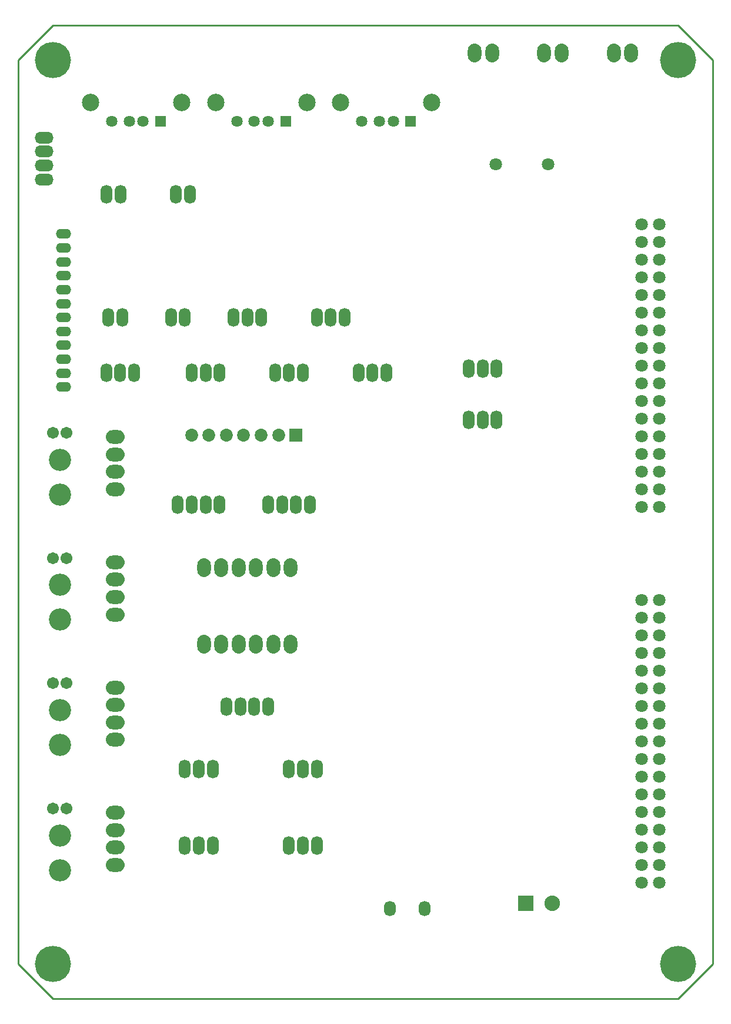
<source format=gbs>
G04 Layer_Color=8150272*
%FSLAX44Y44*%
%MOMM*%
G71*
G01*
G75*
%ADD22C,0.2540*%
%ADD69C,1.8032*%
%ADD70R,2.2352X2.2352*%
%ADD71C,2.2352*%
%ADD72O,2.7032X1.9532*%
%ADD73O,1.9532X2.7032*%
%ADD74O,2.7032X1.7032*%
%ADD75O,1.7032X2.7032*%
%ADD76O,1.7032X2.2032*%
%ADD77C,5.2032*%
%ADD78C,1.7032*%
%ADD79C,3.2032*%
%ADD80C,2.5032*%
%ADD81C,1.6312*%
%ADD82R,1.6312X1.6312*%
%ADD83O,2.2032X1.4032*%
%ADD84C,1.8542*%
%ADD85R,1.8542X1.8542*%
D22*
X70250Y1420000D02*
Y1420000D01*
X20250Y1370000D02*
X70250Y1420000D01*
X20250Y70000D02*
Y1370000D01*
Y70000D02*
X70250Y20000D01*
X970250D01*
X1020250Y70000D01*
Y1370000D01*
X970250Y1420000D02*
X1020250Y1370000D01*
X70250Y1420000D02*
X970250D01*
D69*
X942950Y726800D02*
D03*
X917550D02*
D03*
X942950Y930000D02*
D03*
X917550D02*
D03*
Y904600D02*
D03*
Y879200D02*
D03*
Y853800D02*
D03*
Y828400D02*
D03*
Y803000D02*
D03*
Y777600D02*
D03*
Y752200D02*
D03*
X942950D02*
D03*
Y777600D02*
D03*
Y803000D02*
D03*
Y828400D02*
D03*
Y853800D02*
D03*
Y879200D02*
D03*
Y904600D02*
D03*
Y1107800D02*
D03*
Y1082400D02*
D03*
Y1057000D02*
D03*
Y1031600D02*
D03*
Y1006200D02*
D03*
Y980800D02*
D03*
Y955400D02*
D03*
X917550D02*
D03*
Y980800D02*
D03*
Y1006200D02*
D03*
Y1031600D02*
D03*
Y1057000D02*
D03*
Y1082400D02*
D03*
Y1107800D02*
D03*
Y1133200D02*
D03*
X942950D02*
D03*
Y186800D02*
D03*
X917550D02*
D03*
X942950Y390000D02*
D03*
X917550D02*
D03*
Y364600D02*
D03*
Y339200D02*
D03*
Y313800D02*
D03*
Y288400D02*
D03*
Y263000D02*
D03*
Y237600D02*
D03*
Y212200D02*
D03*
X942950D02*
D03*
Y237600D02*
D03*
Y263000D02*
D03*
Y288400D02*
D03*
Y313800D02*
D03*
Y339200D02*
D03*
Y364600D02*
D03*
Y567800D02*
D03*
Y542400D02*
D03*
Y517000D02*
D03*
Y491600D02*
D03*
Y466200D02*
D03*
Y440800D02*
D03*
Y415400D02*
D03*
X917550D02*
D03*
Y440800D02*
D03*
Y466200D02*
D03*
Y491600D02*
D03*
Y517000D02*
D03*
Y542400D02*
D03*
Y567800D02*
D03*
Y593200D02*
D03*
X942950D02*
D03*
X707250Y1220000D02*
D03*
X783250D02*
D03*
D70*
X751200Y157300D02*
D03*
D71*
X789300D02*
D03*
D72*
X160000Y802500D02*
D03*
Y752500D02*
D03*
Y777500D02*
D03*
Y827500D02*
D03*
Y622500D02*
D03*
Y572500D02*
D03*
Y597500D02*
D03*
Y647500D02*
D03*
Y262500D02*
D03*
Y212500D02*
D03*
Y237500D02*
D03*
Y287500D02*
D03*
Y442500D02*
D03*
Y392500D02*
D03*
Y417500D02*
D03*
Y467500D02*
D03*
D73*
X802500Y1380000D02*
D03*
X777500D02*
D03*
X902500D02*
D03*
X877500D02*
D03*
X702500D02*
D03*
X677500D02*
D03*
X337500Y530000D02*
D03*
X287500D02*
D03*
X312500D02*
D03*
X362500D02*
D03*
X387500D02*
D03*
X412500D02*
D03*
X337500Y640000D02*
D03*
X287500D02*
D03*
X312500D02*
D03*
X362500D02*
D03*
X387500D02*
D03*
X412500D02*
D03*
D74*
X57250Y1218000D02*
D03*
Y1238000D02*
D03*
Y1258000D02*
D03*
Y1198000D02*
D03*
D75*
X668750Y925750D02*
D03*
X688750D02*
D03*
X708750D02*
D03*
X668750Y852000D02*
D03*
X688750D02*
D03*
X708750D02*
D03*
X147250Y1176500D02*
D03*
X167250D02*
D03*
X247250D02*
D03*
X267250D02*
D03*
X340000Y440000D02*
D03*
X360000D02*
D03*
X380000D02*
D03*
X320000D02*
D03*
X310000Y920000D02*
D03*
X290000D02*
D03*
X270000D02*
D03*
X390000D02*
D03*
X410000D02*
D03*
X430000D02*
D03*
X510000D02*
D03*
X530000D02*
D03*
X550000D02*
D03*
X450000Y1000000D02*
D03*
X470000D02*
D03*
X490000D02*
D03*
X330000D02*
D03*
X350000D02*
D03*
X370000D02*
D03*
X186878Y919734D02*
D03*
X166878D02*
D03*
X146878D02*
D03*
X260000Y240000D02*
D03*
X280000D02*
D03*
X300000D02*
D03*
X410000D02*
D03*
X430000D02*
D03*
X450000D02*
D03*
X260000Y350000D02*
D03*
X280000D02*
D03*
X300000D02*
D03*
X410000D02*
D03*
X430000D02*
D03*
X450000D02*
D03*
X240000Y1000000D02*
D03*
X260000D02*
D03*
X150000D02*
D03*
X170000D02*
D03*
X270000Y730000D02*
D03*
X290000D02*
D03*
X310000D02*
D03*
X250000D02*
D03*
X400000D02*
D03*
X420000D02*
D03*
X440000D02*
D03*
X380000D02*
D03*
D76*
X605250Y150000D02*
D03*
X555250D02*
D03*
D77*
X970250Y70000D02*
D03*
X70250D02*
D03*
Y1370000D02*
D03*
X970250D02*
D03*
D78*
X90000Y293500D02*
D03*
X70000D02*
D03*
X90000Y473500D02*
D03*
X70000D02*
D03*
X90000Y653500D02*
D03*
X70000D02*
D03*
Y833500D02*
D03*
X90000D02*
D03*
D79*
X80000Y255000D02*
D03*
Y205000D02*
D03*
Y435000D02*
D03*
Y385000D02*
D03*
Y615000D02*
D03*
Y565000D02*
D03*
Y745000D02*
D03*
Y795000D02*
D03*
D80*
X124300Y1308350D02*
D03*
X255700D02*
D03*
X304300D02*
D03*
X435700D02*
D03*
X484300D02*
D03*
X615700D02*
D03*
D81*
X155000Y1281250D02*
D03*
X180000D02*
D03*
X200000D02*
D03*
X335000D02*
D03*
X360000D02*
D03*
X380000D02*
D03*
X515000D02*
D03*
X540000D02*
D03*
X560000D02*
D03*
D82*
X225000D02*
D03*
X405000D02*
D03*
X585000D02*
D03*
D83*
X85000Y1039500D02*
D03*
Y979500D02*
D03*
Y899500D02*
D03*
Y959500D02*
D03*
Y939500D02*
D03*
Y919500D02*
D03*
Y999500D02*
D03*
Y1019500D02*
D03*
Y1059500D02*
D03*
Y1079500D02*
D03*
Y1099500D02*
D03*
Y1119500D02*
D03*
D84*
X269886Y830000D02*
D03*
X294778D02*
D03*
X319924D02*
D03*
X344816D02*
D03*
X369962D02*
D03*
X394854D02*
D03*
D85*
X420000D02*
D03*
M02*

</source>
